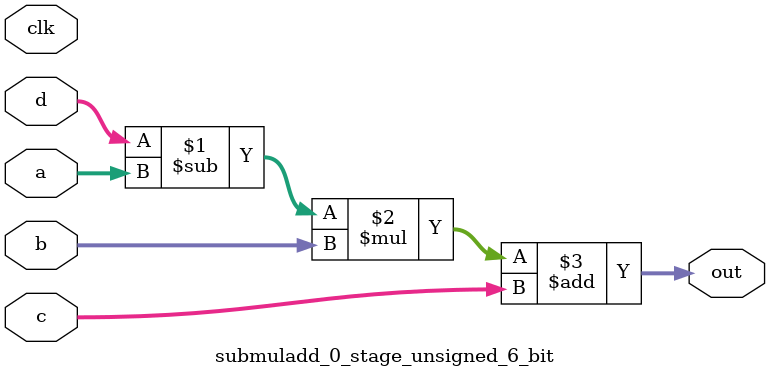
<source format=sv>
(* use_dsp = "yes" *) module submuladd_0_stage_unsigned_6_bit(
	input  [5:0] a,
	input  [5:0] b,
	input  [5:0] c,
	input  [5:0] d,
	output [5:0] out,
	input clk);

	assign out = ((d - a) * b) + c;
endmodule

</source>
